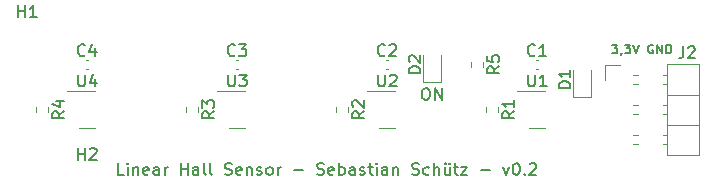
<source format=gbr>
%TF.GenerationSoftware,KiCad,Pcbnew,(6.0.6)*%
%TF.CreationDate,2022-08-04T20:50:46+02:00*%
%TF.ProjectId,Linearsensor,4c696e65-6172-4736-956e-736f722e6b69,rev?*%
%TF.SameCoordinates,Original*%
%TF.FileFunction,Legend,Top*%
%TF.FilePolarity,Positive*%
%FSLAX46Y46*%
G04 Gerber Fmt 4.6, Leading zero omitted, Abs format (unit mm)*
G04 Created by KiCad (PCBNEW (6.0.6)) date 2022-08-04 20:50:46*
%MOMM*%
%LPD*%
G01*
G04 APERTURE LIST*
%ADD10C,0.150000*%
%ADD11C,0.120000*%
G04 APERTURE END LIST*
D10*
X145345714Y-108402380D02*
X144869523Y-108402380D01*
X144869523Y-107402380D01*
X145679047Y-108402380D02*
X145679047Y-107735714D01*
X145679047Y-107402380D02*
X145631428Y-107450000D01*
X145679047Y-107497619D01*
X145726666Y-107450000D01*
X145679047Y-107402380D01*
X145679047Y-107497619D01*
X146155238Y-107735714D02*
X146155238Y-108402380D01*
X146155238Y-107830952D02*
X146202857Y-107783333D01*
X146298095Y-107735714D01*
X146440952Y-107735714D01*
X146536190Y-107783333D01*
X146583809Y-107878571D01*
X146583809Y-108402380D01*
X147440952Y-108354761D02*
X147345714Y-108402380D01*
X147155238Y-108402380D01*
X147060000Y-108354761D01*
X147012380Y-108259523D01*
X147012380Y-107878571D01*
X147060000Y-107783333D01*
X147155238Y-107735714D01*
X147345714Y-107735714D01*
X147440952Y-107783333D01*
X147488571Y-107878571D01*
X147488571Y-107973809D01*
X147012380Y-108069047D01*
X148345714Y-108402380D02*
X148345714Y-107878571D01*
X148298095Y-107783333D01*
X148202857Y-107735714D01*
X148012380Y-107735714D01*
X147917142Y-107783333D01*
X148345714Y-108354761D02*
X148250476Y-108402380D01*
X148012380Y-108402380D01*
X147917142Y-108354761D01*
X147869523Y-108259523D01*
X147869523Y-108164285D01*
X147917142Y-108069047D01*
X148012380Y-108021428D01*
X148250476Y-108021428D01*
X148345714Y-107973809D01*
X148821904Y-108402380D02*
X148821904Y-107735714D01*
X148821904Y-107926190D02*
X148869523Y-107830952D01*
X148917142Y-107783333D01*
X149012380Y-107735714D01*
X149107619Y-107735714D01*
X150202857Y-108402380D02*
X150202857Y-107402380D01*
X150202857Y-107878571D02*
X150774285Y-107878571D01*
X150774285Y-108402380D02*
X150774285Y-107402380D01*
X151679047Y-108402380D02*
X151679047Y-107878571D01*
X151631428Y-107783333D01*
X151536190Y-107735714D01*
X151345714Y-107735714D01*
X151250476Y-107783333D01*
X151679047Y-108354761D02*
X151583809Y-108402380D01*
X151345714Y-108402380D01*
X151250476Y-108354761D01*
X151202857Y-108259523D01*
X151202857Y-108164285D01*
X151250476Y-108069047D01*
X151345714Y-108021428D01*
X151583809Y-108021428D01*
X151679047Y-107973809D01*
X152298095Y-108402380D02*
X152202857Y-108354761D01*
X152155238Y-108259523D01*
X152155238Y-107402380D01*
X152821904Y-108402380D02*
X152726666Y-108354761D01*
X152679047Y-108259523D01*
X152679047Y-107402380D01*
X153917142Y-108354761D02*
X154060000Y-108402380D01*
X154298095Y-108402380D01*
X154393333Y-108354761D01*
X154440952Y-108307142D01*
X154488571Y-108211904D01*
X154488571Y-108116666D01*
X154440952Y-108021428D01*
X154393333Y-107973809D01*
X154298095Y-107926190D01*
X154107619Y-107878571D01*
X154012380Y-107830952D01*
X153964761Y-107783333D01*
X153917142Y-107688095D01*
X153917142Y-107592857D01*
X153964761Y-107497619D01*
X154012380Y-107450000D01*
X154107619Y-107402380D01*
X154345714Y-107402380D01*
X154488571Y-107450000D01*
X155298095Y-108354761D02*
X155202857Y-108402380D01*
X155012380Y-108402380D01*
X154917142Y-108354761D01*
X154869523Y-108259523D01*
X154869523Y-107878571D01*
X154917142Y-107783333D01*
X155012380Y-107735714D01*
X155202857Y-107735714D01*
X155298095Y-107783333D01*
X155345714Y-107878571D01*
X155345714Y-107973809D01*
X154869523Y-108069047D01*
X155774285Y-107735714D02*
X155774285Y-108402380D01*
X155774285Y-107830952D02*
X155821904Y-107783333D01*
X155917142Y-107735714D01*
X156060000Y-107735714D01*
X156155238Y-107783333D01*
X156202857Y-107878571D01*
X156202857Y-108402380D01*
X156631428Y-108354761D02*
X156726666Y-108402380D01*
X156917142Y-108402380D01*
X157012380Y-108354761D01*
X157060000Y-108259523D01*
X157060000Y-108211904D01*
X157012380Y-108116666D01*
X156917142Y-108069047D01*
X156774285Y-108069047D01*
X156679047Y-108021428D01*
X156631428Y-107926190D01*
X156631428Y-107878571D01*
X156679047Y-107783333D01*
X156774285Y-107735714D01*
X156917142Y-107735714D01*
X157012380Y-107783333D01*
X157631428Y-108402380D02*
X157536190Y-108354761D01*
X157488571Y-108307142D01*
X157440952Y-108211904D01*
X157440952Y-107926190D01*
X157488571Y-107830952D01*
X157536190Y-107783333D01*
X157631428Y-107735714D01*
X157774285Y-107735714D01*
X157869523Y-107783333D01*
X157917142Y-107830952D01*
X157964761Y-107926190D01*
X157964761Y-108211904D01*
X157917142Y-108307142D01*
X157869523Y-108354761D01*
X157774285Y-108402380D01*
X157631428Y-108402380D01*
X158393333Y-108402380D02*
X158393333Y-107735714D01*
X158393333Y-107926190D02*
X158440952Y-107830952D01*
X158488571Y-107783333D01*
X158583809Y-107735714D01*
X158679047Y-107735714D01*
X159774285Y-108021428D02*
X160536190Y-108021428D01*
X161726666Y-108354761D02*
X161869523Y-108402380D01*
X162107619Y-108402380D01*
X162202857Y-108354761D01*
X162250476Y-108307142D01*
X162298095Y-108211904D01*
X162298095Y-108116666D01*
X162250476Y-108021428D01*
X162202857Y-107973809D01*
X162107619Y-107926190D01*
X161917142Y-107878571D01*
X161821904Y-107830952D01*
X161774285Y-107783333D01*
X161726666Y-107688095D01*
X161726666Y-107592857D01*
X161774285Y-107497619D01*
X161821904Y-107450000D01*
X161917142Y-107402380D01*
X162155238Y-107402380D01*
X162298095Y-107450000D01*
X163107619Y-108354761D02*
X163012380Y-108402380D01*
X162821904Y-108402380D01*
X162726666Y-108354761D01*
X162679047Y-108259523D01*
X162679047Y-107878571D01*
X162726666Y-107783333D01*
X162821904Y-107735714D01*
X163012380Y-107735714D01*
X163107619Y-107783333D01*
X163155238Y-107878571D01*
X163155238Y-107973809D01*
X162679047Y-108069047D01*
X163583809Y-108402380D02*
X163583809Y-107402380D01*
X163583809Y-107783333D02*
X163679047Y-107735714D01*
X163869523Y-107735714D01*
X163964761Y-107783333D01*
X164012380Y-107830952D01*
X164060000Y-107926190D01*
X164060000Y-108211904D01*
X164012380Y-108307142D01*
X163964761Y-108354761D01*
X163869523Y-108402380D01*
X163679047Y-108402380D01*
X163583809Y-108354761D01*
X164917142Y-108402380D02*
X164917142Y-107878571D01*
X164869523Y-107783333D01*
X164774285Y-107735714D01*
X164583809Y-107735714D01*
X164488571Y-107783333D01*
X164917142Y-108354761D02*
X164821904Y-108402380D01*
X164583809Y-108402380D01*
X164488571Y-108354761D01*
X164440952Y-108259523D01*
X164440952Y-108164285D01*
X164488571Y-108069047D01*
X164583809Y-108021428D01*
X164821904Y-108021428D01*
X164917142Y-107973809D01*
X165345714Y-108354761D02*
X165440952Y-108402380D01*
X165631428Y-108402380D01*
X165726666Y-108354761D01*
X165774285Y-108259523D01*
X165774285Y-108211904D01*
X165726666Y-108116666D01*
X165631428Y-108069047D01*
X165488571Y-108069047D01*
X165393333Y-108021428D01*
X165345714Y-107926190D01*
X165345714Y-107878571D01*
X165393333Y-107783333D01*
X165488571Y-107735714D01*
X165631428Y-107735714D01*
X165726666Y-107783333D01*
X166060000Y-107735714D02*
X166440952Y-107735714D01*
X166202857Y-107402380D02*
X166202857Y-108259523D01*
X166250476Y-108354761D01*
X166345714Y-108402380D01*
X166440952Y-108402380D01*
X166774285Y-108402380D02*
X166774285Y-107735714D01*
X166774285Y-107402380D02*
X166726666Y-107450000D01*
X166774285Y-107497619D01*
X166821904Y-107450000D01*
X166774285Y-107402380D01*
X166774285Y-107497619D01*
X167679047Y-108402380D02*
X167679047Y-107878571D01*
X167631428Y-107783333D01*
X167536190Y-107735714D01*
X167345714Y-107735714D01*
X167250476Y-107783333D01*
X167679047Y-108354761D02*
X167583809Y-108402380D01*
X167345714Y-108402380D01*
X167250476Y-108354761D01*
X167202857Y-108259523D01*
X167202857Y-108164285D01*
X167250476Y-108069047D01*
X167345714Y-108021428D01*
X167583809Y-108021428D01*
X167679047Y-107973809D01*
X168155238Y-107735714D02*
X168155238Y-108402380D01*
X168155238Y-107830952D02*
X168202857Y-107783333D01*
X168298095Y-107735714D01*
X168440952Y-107735714D01*
X168536190Y-107783333D01*
X168583809Y-107878571D01*
X168583809Y-108402380D01*
X169774285Y-108354761D02*
X169917142Y-108402380D01*
X170155238Y-108402380D01*
X170250476Y-108354761D01*
X170298095Y-108307142D01*
X170345714Y-108211904D01*
X170345714Y-108116666D01*
X170298095Y-108021428D01*
X170250476Y-107973809D01*
X170155238Y-107926190D01*
X169964761Y-107878571D01*
X169869523Y-107830952D01*
X169821904Y-107783333D01*
X169774285Y-107688095D01*
X169774285Y-107592857D01*
X169821904Y-107497619D01*
X169869523Y-107450000D01*
X169964761Y-107402380D01*
X170202857Y-107402380D01*
X170345714Y-107450000D01*
X171202857Y-108354761D02*
X171107619Y-108402380D01*
X170917142Y-108402380D01*
X170821904Y-108354761D01*
X170774285Y-108307142D01*
X170726666Y-108211904D01*
X170726666Y-107926190D01*
X170774285Y-107830952D01*
X170821904Y-107783333D01*
X170917142Y-107735714D01*
X171107619Y-107735714D01*
X171202857Y-107783333D01*
X171631428Y-108402380D02*
X171631428Y-107402380D01*
X172060000Y-108402380D02*
X172060000Y-107878571D01*
X172012380Y-107783333D01*
X171917142Y-107735714D01*
X171774285Y-107735714D01*
X171679047Y-107783333D01*
X171631428Y-107830952D01*
X172964761Y-107735714D02*
X172964761Y-108402380D01*
X172536190Y-107735714D02*
X172536190Y-108259523D01*
X172583809Y-108354761D01*
X172679047Y-108402380D01*
X172821904Y-108402380D01*
X172917142Y-108354761D01*
X172964761Y-108307142D01*
X172583809Y-107402380D02*
X172631428Y-107450000D01*
X172583809Y-107497619D01*
X172536190Y-107450000D01*
X172583809Y-107402380D01*
X172583809Y-107497619D01*
X172964761Y-107402380D02*
X173012380Y-107450000D01*
X172964761Y-107497619D01*
X172917142Y-107450000D01*
X172964761Y-107402380D01*
X172964761Y-107497619D01*
X173298095Y-107735714D02*
X173679047Y-107735714D01*
X173440952Y-107402380D02*
X173440952Y-108259523D01*
X173488571Y-108354761D01*
X173583809Y-108402380D01*
X173679047Y-108402380D01*
X173917142Y-107735714D02*
X174440952Y-107735714D01*
X173917142Y-108402380D01*
X174440952Y-108402380D01*
X175583809Y-108021428D02*
X176345714Y-108021428D01*
X177488571Y-107735714D02*
X177726666Y-108402380D01*
X177964761Y-107735714D01*
X178536190Y-107402380D02*
X178631428Y-107402380D01*
X178726666Y-107450000D01*
X178774285Y-107497619D01*
X178821904Y-107592857D01*
X178869523Y-107783333D01*
X178869523Y-108021428D01*
X178821904Y-108211904D01*
X178774285Y-108307142D01*
X178726666Y-108354761D01*
X178631428Y-108402380D01*
X178536190Y-108402380D01*
X178440952Y-108354761D01*
X178393333Y-108307142D01*
X178345714Y-108211904D01*
X178298095Y-108021428D01*
X178298095Y-107783333D01*
X178345714Y-107592857D01*
X178393333Y-107497619D01*
X178440952Y-107450000D01*
X178536190Y-107402380D01*
X179298095Y-108307142D02*
X179345714Y-108354761D01*
X179298095Y-108402380D01*
X179250476Y-108354761D01*
X179298095Y-108307142D01*
X179298095Y-108402380D01*
X179726666Y-107497619D02*
X179774285Y-107450000D01*
X179869523Y-107402380D01*
X180107619Y-107402380D01*
X180202857Y-107450000D01*
X180250476Y-107497619D01*
X180298095Y-107592857D01*
X180298095Y-107688095D01*
X180250476Y-107830952D01*
X179679047Y-108402380D01*
X180298095Y-108402380D01*
X186694285Y-97379285D02*
X187158571Y-97379285D01*
X186908571Y-97665000D01*
X187015714Y-97665000D01*
X187087142Y-97700714D01*
X187122857Y-97736428D01*
X187158571Y-97807857D01*
X187158571Y-97986428D01*
X187122857Y-98057857D01*
X187087142Y-98093571D01*
X187015714Y-98129285D01*
X186801428Y-98129285D01*
X186730000Y-98093571D01*
X186694285Y-98057857D01*
X187515714Y-98093571D02*
X187515714Y-98129285D01*
X187480000Y-98200714D01*
X187444285Y-98236428D01*
X187765714Y-97379285D02*
X188230000Y-97379285D01*
X187980000Y-97665000D01*
X188087142Y-97665000D01*
X188158571Y-97700714D01*
X188194285Y-97736428D01*
X188230000Y-97807857D01*
X188230000Y-97986428D01*
X188194285Y-98057857D01*
X188158571Y-98093571D01*
X188087142Y-98129285D01*
X187872857Y-98129285D01*
X187801428Y-98093571D01*
X187765714Y-98057857D01*
X188444285Y-97379285D02*
X188694285Y-98129285D01*
X188944285Y-97379285D01*
X190158571Y-97415000D02*
X190087142Y-97379285D01*
X189980000Y-97379285D01*
X189872857Y-97415000D01*
X189801428Y-97486428D01*
X189765714Y-97557857D01*
X189730000Y-97700714D01*
X189730000Y-97807857D01*
X189765714Y-97950714D01*
X189801428Y-98022142D01*
X189872857Y-98093571D01*
X189980000Y-98129285D01*
X190051428Y-98129285D01*
X190158571Y-98093571D01*
X190194285Y-98057857D01*
X190194285Y-97807857D01*
X190051428Y-97807857D01*
X190515714Y-98129285D02*
X190515714Y-97379285D01*
X190944285Y-98129285D01*
X190944285Y-97379285D01*
X191301428Y-98129285D02*
X191301428Y-97379285D01*
X191480000Y-97379285D01*
X191587142Y-97415000D01*
X191658571Y-97486428D01*
X191694285Y-97557857D01*
X191730000Y-97700714D01*
X191730000Y-97807857D01*
X191694285Y-97950714D01*
X191658571Y-98022142D01*
X191587142Y-98093571D01*
X191480000Y-98129285D01*
X191301428Y-98129285D01*
X170830952Y-101052380D02*
X171021428Y-101052380D01*
X171116666Y-101100000D01*
X171211904Y-101195238D01*
X171259523Y-101385714D01*
X171259523Y-101719047D01*
X171211904Y-101909523D01*
X171116666Y-102004761D01*
X171021428Y-102052380D01*
X170830952Y-102052380D01*
X170735714Y-102004761D01*
X170640476Y-101909523D01*
X170592857Y-101719047D01*
X170592857Y-101385714D01*
X170640476Y-101195238D01*
X170735714Y-101100000D01*
X170830952Y-101052380D01*
X171688095Y-102052380D02*
X171688095Y-101052380D01*
X172259523Y-102052380D01*
X172259523Y-101052380D01*
%TO.C,R2*%
X165712380Y-103036666D02*
X165236190Y-103370000D01*
X165712380Y-103608095D02*
X164712380Y-103608095D01*
X164712380Y-103227142D01*
X164760000Y-103131904D01*
X164807619Y-103084285D01*
X164902857Y-103036666D01*
X165045714Y-103036666D01*
X165140952Y-103084285D01*
X165188571Y-103131904D01*
X165236190Y-103227142D01*
X165236190Y-103608095D01*
X164807619Y-102655714D02*
X164760000Y-102608095D01*
X164712380Y-102512857D01*
X164712380Y-102274761D01*
X164760000Y-102179523D01*
X164807619Y-102131904D01*
X164902857Y-102084285D01*
X164998095Y-102084285D01*
X165140952Y-102131904D01*
X165712380Y-102703333D01*
X165712380Y-102084285D01*
%TO.C,D1*%
X183172380Y-101068095D02*
X182172380Y-101068095D01*
X182172380Y-100830000D01*
X182220000Y-100687142D01*
X182315238Y-100591904D01*
X182410476Y-100544285D01*
X182600952Y-100496666D01*
X182743809Y-100496666D01*
X182934285Y-100544285D01*
X183029523Y-100591904D01*
X183124761Y-100687142D01*
X183172380Y-100830000D01*
X183172380Y-101068095D01*
X183172380Y-99544285D02*
X183172380Y-100115714D01*
X183172380Y-99830000D02*
X182172380Y-99830000D01*
X182315238Y-99925238D01*
X182410476Y-100020476D01*
X182458095Y-100115714D01*
%TO.C,R4*%
X140312380Y-103036666D02*
X139836190Y-103370000D01*
X140312380Y-103608095D02*
X139312380Y-103608095D01*
X139312380Y-103227142D01*
X139360000Y-103131904D01*
X139407619Y-103084285D01*
X139502857Y-103036666D01*
X139645714Y-103036666D01*
X139740952Y-103084285D01*
X139788571Y-103131904D01*
X139836190Y-103227142D01*
X139836190Y-103608095D01*
X139645714Y-102179523D02*
X140312380Y-102179523D01*
X139264761Y-102417619D02*
X139979047Y-102655714D01*
X139979047Y-102036666D01*
%TO.C,R5*%
X177142380Y-99226666D02*
X176666190Y-99560000D01*
X177142380Y-99798095D02*
X176142380Y-99798095D01*
X176142380Y-99417142D01*
X176190000Y-99321904D01*
X176237619Y-99274285D01*
X176332857Y-99226666D01*
X176475714Y-99226666D01*
X176570952Y-99274285D01*
X176618571Y-99321904D01*
X176666190Y-99417142D01*
X176666190Y-99798095D01*
X176142380Y-98321904D02*
X176142380Y-98798095D01*
X176618571Y-98845714D01*
X176570952Y-98798095D01*
X176523333Y-98702857D01*
X176523333Y-98464761D01*
X176570952Y-98369523D01*
X176618571Y-98321904D01*
X176713809Y-98274285D01*
X176951904Y-98274285D01*
X177047142Y-98321904D01*
X177094761Y-98369523D01*
X177142380Y-98464761D01*
X177142380Y-98702857D01*
X177094761Y-98798095D01*
X177047142Y-98845714D01*
%TO.C,U3*%
X154178095Y-99922380D02*
X154178095Y-100731904D01*
X154225714Y-100827142D01*
X154273333Y-100874761D01*
X154368571Y-100922380D01*
X154559047Y-100922380D01*
X154654285Y-100874761D01*
X154701904Y-100827142D01*
X154749523Y-100731904D01*
X154749523Y-99922380D01*
X155130476Y-99922380D02*
X155749523Y-99922380D01*
X155416190Y-100303333D01*
X155559047Y-100303333D01*
X155654285Y-100350952D01*
X155701904Y-100398571D01*
X155749523Y-100493809D01*
X155749523Y-100731904D01*
X155701904Y-100827142D01*
X155654285Y-100874761D01*
X155559047Y-100922380D01*
X155273333Y-100922380D01*
X155178095Y-100874761D01*
X155130476Y-100827142D01*
%TO.C,C3*%
X154773333Y-98257142D02*
X154725714Y-98304761D01*
X154582857Y-98352380D01*
X154487619Y-98352380D01*
X154344761Y-98304761D01*
X154249523Y-98209523D01*
X154201904Y-98114285D01*
X154154285Y-97923809D01*
X154154285Y-97780952D01*
X154201904Y-97590476D01*
X154249523Y-97495238D01*
X154344761Y-97400000D01*
X154487619Y-97352380D01*
X154582857Y-97352380D01*
X154725714Y-97400000D01*
X154773333Y-97447619D01*
X155106666Y-97352380D02*
X155725714Y-97352380D01*
X155392380Y-97733333D01*
X155535238Y-97733333D01*
X155630476Y-97780952D01*
X155678095Y-97828571D01*
X155725714Y-97923809D01*
X155725714Y-98161904D01*
X155678095Y-98257142D01*
X155630476Y-98304761D01*
X155535238Y-98352380D01*
X155249523Y-98352380D01*
X155154285Y-98304761D01*
X155106666Y-98257142D01*
%TO.C,R1*%
X178412380Y-103036666D02*
X177936190Y-103370000D01*
X178412380Y-103608095D02*
X177412380Y-103608095D01*
X177412380Y-103227142D01*
X177460000Y-103131904D01*
X177507619Y-103084285D01*
X177602857Y-103036666D01*
X177745714Y-103036666D01*
X177840952Y-103084285D01*
X177888571Y-103131904D01*
X177936190Y-103227142D01*
X177936190Y-103608095D01*
X178412380Y-102084285D02*
X178412380Y-102655714D01*
X178412380Y-102370000D02*
X177412380Y-102370000D01*
X177555238Y-102465238D01*
X177650476Y-102560476D01*
X177698095Y-102655714D01*
%TO.C,H2*%
X141478095Y-107132380D02*
X141478095Y-106132380D01*
X141478095Y-106608571D02*
X142049523Y-106608571D01*
X142049523Y-107132380D02*
X142049523Y-106132380D01*
X142478095Y-106227619D02*
X142525714Y-106180000D01*
X142620952Y-106132380D01*
X142859047Y-106132380D01*
X142954285Y-106180000D01*
X143001904Y-106227619D01*
X143049523Y-106322857D01*
X143049523Y-106418095D01*
X143001904Y-106560952D01*
X142430476Y-107132380D01*
X143049523Y-107132380D01*
%TO.C,H1*%
X136398095Y-95042380D02*
X136398095Y-94042380D01*
X136398095Y-94518571D02*
X136969523Y-94518571D01*
X136969523Y-95042380D02*
X136969523Y-94042380D01*
X137969523Y-95042380D02*
X137398095Y-95042380D01*
X137683809Y-95042380D02*
X137683809Y-94042380D01*
X137588571Y-94185238D01*
X137493333Y-94280476D01*
X137398095Y-94328095D01*
%TO.C,U4*%
X141478095Y-99922380D02*
X141478095Y-100731904D01*
X141525714Y-100827142D01*
X141573333Y-100874761D01*
X141668571Y-100922380D01*
X141859047Y-100922380D01*
X141954285Y-100874761D01*
X142001904Y-100827142D01*
X142049523Y-100731904D01*
X142049523Y-99922380D01*
X142954285Y-100255714D02*
X142954285Y-100922380D01*
X142716190Y-99874761D02*
X142478095Y-100589047D01*
X143097142Y-100589047D01*
%TO.C,J2*%
X192711666Y-97527380D02*
X192711666Y-98241666D01*
X192664047Y-98384523D01*
X192568809Y-98479761D01*
X192425952Y-98527380D01*
X192330714Y-98527380D01*
X193140238Y-97622619D02*
X193187857Y-97575000D01*
X193283095Y-97527380D01*
X193521190Y-97527380D01*
X193616428Y-97575000D01*
X193664047Y-97622619D01*
X193711666Y-97717857D01*
X193711666Y-97813095D01*
X193664047Y-97955952D01*
X193092619Y-98527380D01*
X193711666Y-98527380D01*
%TO.C,R3*%
X153012380Y-103036666D02*
X152536190Y-103370000D01*
X153012380Y-103608095D02*
X152012380Y-103608095D01*
X152012380Y-103227142D01*
X152060000Y-103131904D01*
X152107619Y-103084285D01*
X152202857Y-103036666D01*
X152345714Y-103036666D01*
X152440952Y-103084285D01*
X152488571Y-103131904D01*
X152536190Y-103227142D01*
X152536190Y-103608095D01*
X152012380Y-102703333D02*
X152012380Y-102084285D01*
X152393333Y-102417619D01*
X152393333Y-102274761D01*
X152440952Y-102179523D01*
X152488571Y-102131904D01*
X152583809Y-102084285D01*
X152821904Y-102084285D01*
X152917142Y-102131904D01*
X152964761Y-102179523D01*
X153012380Y-102274761D01*
X153012380Y-102560476D01*
X152964761Y-102655714D01*
X152917142Y-102703333D01*
%TO.C,D2*%
X170472380Y-99798095D02*
X169472380Y-99798095D01*
X169472380Y-99560000D01*
X169520000Y-99417142D01*
X169615238Y-99321904D01*
X169710476Y-99274285D01*
X169900952Y-99226666D01*
X170043809Y-99226666D01*
X170234285Y-99274285D01*
X170329523Y-99321904D01*
X170424761Y-99417142D01*
X170472380Y-99560000D01*
X170472380Y-99798095D01*
X169567619Y-98845714D02*
X169520000Y-98798095D01*
X169472380Y-98702857D01*
X169472380Y-98464761D01*
X169520000Y-98369523D01*
X169567619Y-98321904D01*
X169662857Y-98274285D01*
X169758095Y-98274285D01*
X169900952Y-98321904D01*
X170472380Y-98893333D01*
X170472380Y-98274285D01*
%TO.C,C1*%
X180173333Y-98257142D02*
X180125714Y-98304761D01*
X179982857Y-98352380D01*
X179887619Y-98352380D01*
X179744761Y-98304761D01*
X179649523Y-98209523D01*
X179601904Y-98114285D01*
X179554285Y-97923809D01*
X179554285Y-97780952D01*
X179601904Y-97590476D01*
X179649523Y-97495238D01*
X179744761Y-97400000D01*
X179887619Y-97352380D01*
X179982857Y-97352380D01*
X180125714Y-97400000D01*
X180173333Y-97447619D01*
X181125714Y-98352380D02*
X180554285Y-98352380D01*
X180840000Y-98352380D02*
X180840000Y-97352380D01*
X180744761Y-97495238D01*
X180649523Y-97590476D01*
X180554285Y-97638095D01*
%TO.C,U2*%
X166878095Y-99922380D02*
X166878095Y-100731904D01*
X166925714Y-100827142D01*
X166973333Y-100874761D01*
X167068571Y-100922380D01*
X167259047Y-100922380D01*
X167354285Y-100874761D01*
X167401904Y-100827142D01*
X167449523Y-100731904D01*
X167449523Y-99922380D01*
X167878095Y-100017619D02*
X167925714Y-99970000D01*
X168020952Y-99922380D01*
X168259047Y-99922380D01*
X168354285Y-99970000D01*
X168401904Y-100017619D01*
X168449523Y-100112857D01*
X168449523Y-100208095D01*
X168401904Y-100350952D01*
X167830476Y-100922380D01*
X168449523Y-100922380D01*
%TO.C,U1*%
X179578095Y-99922380D02*
X179578095Y-100731904D01*
X179625714Y-100827142D01*
X179673333Y-100874761D01*
X179768571Y-100922380D01*
X179959047Y-100922380D01*
X180054285Y-100874761D01*
X180101904Y-100827142D01*
X180149523Y-100731904D01*
X180149523Y-99922380D01*
X181149523Y-100922380D02*
X180578095Y-100922380D01*
X180863809Y-100922380D02*
X180863809Y-99922380D01*
X180768571Y-100065238D01*
X180673333Y-100160476D01*
X180578095Y-100208095D01*
%TO.C,C2*%
X167473333Y-98257142D02*
X167425714Y-98304761D01*
X167282857Y-98352380D01*
X167187619Y-98352380D01*
X167044761Y-98304761D01*
X166949523Y-98209523D01*
X166901904Y-98114285D01*
X166854285Y-97923809D01*
X166854285Y-97780952D01*
X166901904Y-97590476D01*
X166949523Y-97495238D01*
X167044761Y-97400000D01*
X167187619Y-97352380D01*
X167282857Y-97352380D01*
X167425714Y-97400000D01*
X167473333Y-97447619D01*
X167854285Y-97447619D02*
X167901904Y-97400000D01*
X167997142Y-97352380D01*
X168235238Y-97352380D01*
X168330476Y-97400000D01*
X168378095Y-97447619D01*
X168425714Y-97542857D01*
X168425714Y-97638095D01*
X168378095Y-97780952D01*
X167806666Y-98352380D01*
X168425714Y-98352380D01*
%TO.C,C4*%
X142073333Y-98257142D02*
X142025714Y-98304761D01*
X141882857Y-98352380D01*
X141787619Y-98352380D01*
X141644761Y-98304761D01*
X141549523Y-98209523D01*
X141501904Y-98114285D01*
X141454285Y-97923809D01*
X141454285Y-97780952D01*
X141501904Y-97590476D01*
X141549523Y-97495238D01*
X141644761Y-97400000D01*
X141787619Y-97352380D01*
X141882857Y-97352380D01*
X142025714Y-97400000D01*
X142073333Y-97447619D01*
X142930476Y-97685714D02*
X142930476Y-98352380D01*
X142692380Y-97304761D02*
X142454285Y-98019047D01*
X143073333Y-98019047D01*
D11*
%TO.C,R2*%
X163307500Y-102632742D02*
X163307500Y-103107258D01*
X164352500Y-102632742D02*
X164352500Y-103107258D01*
%TO.C,D1*%
X183415000Y-101815000D02*
X184885000Y-101815000D01*
X184885000Y-101815000D02*
X184885000Y-99530000D01*
X183415000Y-99530000D02*
X183415000Y-101815000D01*
%TO.C,R4*%
X138952500Y-102632742D02*
X138952500Y-103107258D01*
X137907500Y-102632742D02*
X137907500Y-103107258D01*
%TO.C,R5*%
X174737500Y-98822742D02*
X174737500Y-99297258D01*
X175782500Y-98822742D02*
X175782500Y-99297258D01*
%TO.C,U3*%
X154940000Y-101310000D02*
X155590000Y-101310000D01*
X154940000Y-104430000D02*
X154290000Y-104430000D01*
X154940000Y-101310000D02*
X153265000Y-101310000D01*
X154940000Y-104430000D02*
X155590000Y-104430000D01*
%TO.C,C3*%
X154832164Y-98700000D02*
X155047836Y-98700000D01*
X154832164Y-99420000D02*
X155047836Y-99420000D01*
%TO.C,R1*%
X176007500Y-102632742D02*
X176007500Y-103107258D01*
X177052500Y-102632742D02*
X177052500Y-103107258D01*
%TO.C,U4*%
X142240000Y-101310000D02*
X140565000Y-101310000D01*
X142240000Y-101310000D02*
X142890000Y-101310000D01*
X142240000Y-104430000D02*
X142890000Y-104430000D01*
X142240000Y-104430000D02*
X141590000Y-104430000D01*
%TO.C,J2*%
X186120000Y-99075000D02*
X187390000Y-99075000D01*
X188432929Y-105045000D02*
X188887071Y-105045000D01*
X191370000Y-101615000D02*
X194030000Y-101615000D01*
X188500000Y-99965000D02*
X188887071Y-99965000D01*
X186120000Y-100345000D02*
X186120000Y-99075000D01*
X190972929Y-99965000D02*
X191370000Y-99965000D01*
X191370000Y-104155000D02*
X194030000Y-104155000D01*
X190972929Y-105805000D02*
X191370000Y-105805000D01*
X190972929Y-103265000D02*
X191370000Y-103265000D01*
X191370000Y-99015000D02*
X191370000Y-106755000D01*
X190972929Y-102505000D02*
X191370000Y-102505000D01*
X194030000Y-106755000D02*
X194030000Y-99015000D01*
X188432929Y-103265000D02*
X188887071Y-103265000D01*
X194030000Y-99015000D02*
X191370000Y-99015000D01*
X188432929Y-105805000D02*
X188887071Y-105805000D01*
X190972929Y-105045000D02*
X191370000Y-105045000D01*
X191370000Y-106755000D02*
X194030000Y-106755000D01*
X188432929Y-102505000D02*
X188887071Y-102505000D01*
X188500000Y-100725000D02*
X188887071Y-100725000D01*
X190972929Y-100725000D02*
X191370000Y-100725000D01*
%TO.C,R3*%
X150607500Y-102632742D02*
X150607500Y-103107258D01*
X151652500Y-102632742D02*
X151652500Y-103107258D01*
%TO.C,D2*%
X170715000Y-98260000D02*
X170715000Y-100545000D01*
X170715000Y-100545000D02*
X172185000Y-100545000D01*
X172185000Y-100545000D02*
X172185000Y-98260000D01*
%TO.C,C1*%
X180232164Y-99420000D02*
X180447836Y-99420000D01*
X180232164Y-98700000D02*
X180447836Y-98700000D01*
%TO.C,U2*%
X167640000Y-101310000D02*
X168290000Y-101310000D01*
X167640000Y-104430000D02*
X168290000Y-104430000D01*
X167640000Y-104430000D02*
X166990000Y-104430000D01*
X167640000Y-101310000D02*
X165965000Y-101310000D01*
%TO.C,U1*%
X180340000Y-101310000D02*
X180990000Y-101310000D01*
X180340000Y-104430000D02*
X180990000Y-104430000D01*
X180340000Y-101310000D02*
X178665000Y-101310000D01*
X180340000Y-104430000D02*
X179690000Y-104430000D01*
%TO.C,C2*%
X167532164Y-99420000D02*
X167747836Y-99420000D01*
X167532164Y-98700000D02*
X167747836Y-98700000D01*
%TO.C,C4*%
X142132164Y-98700000D02*
X142347836Y-98700000D01*
X142132164Y-99420000D02*
X142347836Y-99420000D01*
%TD*%
M02*

</source>
